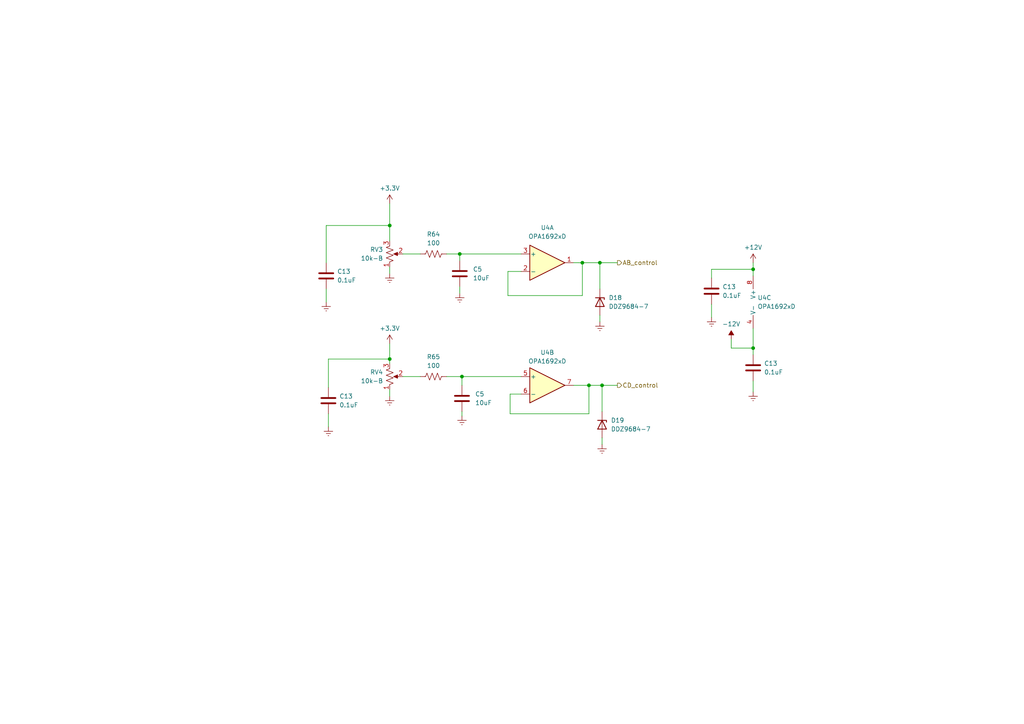
<source format=kicad_sch>
(kicad_sch (version 20230121) (generator eeschema)
  (paper "A4")
  (lib_symbols
    (symbol "Amplifier_Operational:OPA1692xD" (pin_names (offset 0.127))
      (property "Reference" "U" (at 2.54 6.35 0))
      (property "Value" "OPA1692xD" (at 2.54 3.81 0))
      (symbol "OPA1692xD_1_1"
        (polyline (pts (xy 5.08 0) (xy -5.08 5.08) (xy -5.08 -5.08) (xy 5.08 0)) (stroke (width 0.254)) (fill (type background)))
        (pin output line (at 7.62 0 180) (length 2.54) (name "~") (number "1"))
        (pin input line (at -7.62 -2.54 0) (length 2.54) (name "-") (number "2"))
        (pin input line (at -7.62 2.54 0) (length 2.54) (name "+") (number "3"))
      )
      (symbol "OPA1692xD_2_1"
        (polyline (pts (xy 5.08 0) (xy -5.08 5.08) (xy -5.08 -5.08) (xy 5.08 0)) (stroke (width 0.254)) (fill (type background)))
        (pin input line (at -7.62 2.54 0) (length 2.54) (name "+") (number "5"))
        (pin input line (at -7.62 -2.54 0) (length 2.54) (name "-") (number "6"))
        (pin output line (at 7.62 0 180) (length 2.54) (name "~") (number "7"))
      )
      (symbol "OPA1692xD_3_1"
        (pin power_in line (at 0 -7.62 90) (length 3.81) (name "V-") (number "4"))
        (pin power_in line (at 0 7.62 270) (length 3.81) (name "V+") (number "8"))
      )
    )
    (symbol "Device:C" (pin_numbers hide) (pin_names (offset 0.254))
      (property "Reference" "C" (at 0.635 2.54 0))
      (property "Value" "C" (at 0.635 -2.54 0))
      (symbol "C_0_1"
        (polyline (pts (xy -2.032 -0.762) (xy 2.032 -0.762)) (stroke (width 0.508)))
        (polyline (pts (xy -2.032 0.762) (xy 2.032 0.762)) (stroke (width 0.508)))
      )
      (symbol "C_1_1"
        (pin passive line (at 0 3.81 270) (length 2.794) (name "~") (number "1"))
        (pin passive line (at 0 -3.81 90) (length 2.794) (name "~") (number "2"))
      )
    )
    (symbol "Device:D_Zener" (pin_numbers hide) (pin_names (offset 1.016) hide)
      (property "Reference" "D" (at 0 2.54 0))
      (property "Value" "D_Zener" (at 0 -2.54 0))
      (symbol "D_Zener_0_1"
        (polyline (pts (xy 1.27 0) (xy -1.27 0)))
        (polyline (pts (xy -1.27 -1.27) (xy -1.27 1.27) (xy -0.762 1.27)) (stroke (width 0.254)))
        (polyline (pts (xy 1.27 -1.27) (xy 1.27 1.27) (xy -1.27 0) (xy 1.27 -1.27)) (stroke (width 0.254)))
      )
      (symbol "D_Zener_1_1"
        (pin passive line (at -3.81 0 0) (length 2.54) (name "K") (number "1"))
        (pin passive line (at 3.81 0 180) (length 2.54) (name "A") (number "2"))
      )
    )
    (symbol "Device:R_Potentiometer_US" (pin_names (offset 1.016) hide)
      (property "Reference" "RV" (at -4.445 0 90))
      (property "Value" "R_Potentiometer_US" (at -2.54 0 90))
      (symbol "R_Potentiometer_US_0_1"
        (polyline (pts (xy 0 -2.286) (xy 0 -2.54)))
        (polyline (pts (xy 0 2.54) (xy 0 2.286)))
        (polyline (pts (xy 2.54 0) (xy 1.524 0)))
        (polyline (pts (xy 1.143 0) (xy 2.286 0.508) (xy 2.286 -0.508) (xy 1.143 0)) (fill (type outline)))
        (polyline (pts (xy 0 -0.762) (xy 1.016 -1.143) (xy 0 -1.524) (xy -1.016 -1.905) (xy 0 -2.286)))
        (polyline (pts (xy 0 0.762) (xy 1.016 0.381) (xy 0 0) (xy -1.016 -0.381) (xy 0 -0.762)))
        (polyline (pts (xy 0 2.286) (xy 1.016 1.905) (xy 0 1.524) (xy -1.016 1.143) (xy 0 0.762)))
      )
      (symbol "R_Potentiometer_US_1_1"
        (pin passive line (at 0 3.81 270) (length 1.27) (name "1") (number "1"))
        (pin passive line (at 3.81 0 180) (length 1.27) (name "2") (number "2"))
        (pin passive line (at 0 -3.81 90) (length 1.27) (name "3") (number "3"))
      )
    )
    (symbol "Device:R_US" (pin_numbers hide) (pin_names (offset 0))
      (property "Reference" "R" (at 2.54 0 90))
      (property "Value" "R_US" (at -2.54 0 90))
      (symbol "R_US_0_1"
        (polyline (pts (xy 0 -2.286) (xy 0 -2.54)))
        (polyline (pts (xy 0 2.286) (xy 0 2.54)))
        (polyline (pts (xy 0 -0.762) (xy 1.016 -1.143) (xy 0 -1.524) (xy -1.016 -1.905) (xy 0 -2.286)))
        (polyline (pts (xy 0 0.762) (xy 1.016 0.381) (xy 0 0) (xy -1.016 -0.381) (xy 0 -0.762)))
        (polyline (pts (xy 0 2.286) (xy 1.016 1.905) (xy 0 1.524) (xy -1.016 1.143) (xy 0 0.762)))
      )
      (symbol "R_US_1_1"
        (pin passive line (at 0 3.81 270) (length 1.27) (name "~") (number "1"))
        (pin passive line (at 0 -3.81 90) (length 1.27) (name "~") (number "2"))
      )
    )
    (symbol "power:+12V" (power) (pin_names (offset 0))
      (property "Value" "+12V" (at 0 3.556 0))
      (symbol "+12V_0_1"
        (polyline (pts (xy -0.762 1.27) (xy 0 2.54)))
        (polyline (pts (xy 0 0) (xy 0 2.54)))
        (polyline (pts (xy 0 2.54) (xy 0.762 1.27)))
      )
      (symbol "+12V_1_1"
        (pin power_in line (at 0 0 90) (length 0) hide (name "+12V") (number "1"))
      )
    )
    (symbol "power:+3.3V" (power) (pin_names (offset 0))
      (property "Value" "+3.3V" (at 0 3.556 0))
      (symbol "+3.3V_0_1"
        (polyline (pts (xy -0.762 1.27) (xy 0 2.54)))
        (polyline (pts (xy 0 0) (xy 0 2.54)))
        (polyline (pts (xy 0 2.54) (xy 0.762 1.27)))
      )
      (symbol "+3.3V_1_1"
        (pin power_in line (at 0 0 90) (length 0) hide (name "+3.3V") (number "1"))
      )
    )
    (symbol "power:-12V" (power) (pin_names (offset 0))
      (property "Value" "-12V" (at 0 3.81 0))
      (symbol "-12V_0_0"
        (pin power_in line (at 0 0 90) (length 0) hide (name "-12V") (number "1"))
      )
      (symbol "-12V_0_1"
        (polyline (pts (xy 0 0) (xy 0 1.27) (xy 0.762 1.27) (xy 0 2.54) (xy -0.762 1.27) (xy 0 1.27)) (fill (type outline)))
      )
    )
    (symbol "power:Earth" (power) (pin_names (offset 0))
      (symbol "Earth_0_1"
        (polyline (pts (xy -0.635 -1.905) (xy 0.635 -1.905)))
        (polyline (pts (xy -0.127 -2.54) (xy 0.127 -2.54)))
        (polyline (pts (xy 0 -1.27) (xy 0 0)))
        (polyline (pts (xy 1.27 -1.27) (xy -1.27 -1.27)))
      )
      (symbol "Earth_1_1"
        (pin power_in line (at 0 0 270) (length 0) hide (name "Earth") (number "1"))
      )
    )
  )
  (junction (at 168.91 76.2))
  (junction (at 133.985 109.22))
  (junction (at 113.03 65.405))
  (junction (at 173.99 76.2))
  (junction (at 218.44 78.105))
  (junction (at 113.03 104.14))
  (junction (at 170.815 111.76))
  (junction (at 218.44 100.965))
  (junction (at 133.35 73.66))
  (junction (at 174.625 111.76))
  (wire (pts (xy 174.625 111.76) (xy 179.07 111.76)))
  (wire (pts (xy 173.99 76.2) (xy 173.99 83.82)))
  (wire (pts (xy 113.03 59.055) (xy 113.03 65.405)))
  (wire (pts (xy 133.985 119.38) (xy 133.985 120.65)))
  (wire (pts (xy 133.985 111.76) (xy 133.985 109.22)))
  (wire (pts (xy 218.44 100.965) (xy 218.44 102.87)))
  (wire (pts (xy 168.91 85.725) (xy 168.91 76.2)))
  (wire (pts (xy 174.625 111.76) (xy 174.625 119.38)))
  (wire (pts (xy 206.375 80.645) (xy 206.375 78.105)))
  (wire (pts (xy 166.37 111.76) (xy 170.815 111.76)))
  (wire (pts (xy 94.615 83.82) (xy 94.615 87.63)))
  (wire (pts (xy 174.625 127) (xy 174.625 128.905)))
  (wire (pts (xy 133.35 75.565) (xy 133.35 73.66)))
  (wire (pts (xy 170.815 120.015) (xy 147.955 120.015)))
  (wire (pts (xy 95.25 104.14) (xy 113.03 104.14)))
  (wire (pts (xy 95.25 104.14) (xy 95.25 112.395)))
  (wire (pts (xy 133.985 109.22) (xy 151.13 109.22)))
  (wire (pts (xy 113.03 65.405) (xy 113.03 69.85)))
  (wire (pts (xy 113.03 104.14) (xy 113.03 105.41)))
  (wire (pts (xy 116.84 73.66) (xy 121.92 73.66)))
  (wire (pts (xy 168.91 76.2) (xy 173.99 76.2)))
  (wire (pts (xy 173.99 76.2) (xy 179.07 76.2)))
  (wire (pts (xy 218.44 100.965) (xy 212.09 100.965)))
  (wire (pts (xy 133.35 73.66) (xy 151.13 73.66)))
  (wire (pts (xy 94.615 76.2) (xy 94.615 65.405)))
  (wire (pts (xy 133.35 83.185) (xy 133.35 85.09)))
  (wire (pts (xy 147.955 114.3) (xy 151.13 114.3)))
  (wire (pts (xy 206.375 78.105) (xy 218.44 78.105)))
  (wire (pts (xy 151.13 78.74) (xy 147.32 78.74)))
  (wire (pts (xy 218.44 110.49) (xy 218.44 113.665)))
  (wire (pts (xy 133.35 73.66) (xy 129.54 73.66)))
  (wire (pts (xy 218.44 76.2) (xy 218.44 78.105)))
  (wire (pts (xy 218.44 78.105) (xy 218.44 80.01)))
  (wire (pts (xy 113.03 99.695) (xy 113.03 104.14)))
  (wire (pts (xy 94.615 65.405) (xy 113.03 65.405)))
  (wire (pts (xy 113.03 113.03) (xy 113.03 114.935)))
  (wire (pts (xy 113.03 77.47) (xy 113.03 79.375)))
  (wire (pts (xy 218.44 95.25) (xy 218.44 100.965)))
  (wire (pts (xy 147.955 120.015) (xy 147.955 114.3)))
  (wire (pts (xy 173.99 91.44) (xy 173.99 93.345)))
  (wire (pts (xy 212.09 100.965) (xy 212.09 98.425)))
  (wire (pts (xy 147.32 78.74) (xy 147.32 85.725)))
  (wire (pts (xy 170.815 111.76) (xy 170.815 120.015)))
  (wire (pts (xy 206.375 88.265) (xy 206.375 92.075)))
  (wire (pts (xy 147.32 85.725) (xy 168.91 85.725)))
  (wire (pts (xy 116.84 109.22) (xy 121.92 109.22)))
  (wire (pts (xy 170.815 111.76) (xy 174.625 111.76)))
  (wire (pts (xy 168.91 76.2) (xy 166.37 76.2)))
  (wire (pts (xy 133.985 109.22) (xy 129.54 109.22)))
  (wire (pts (xy 95.25 120.015) (xy 95.25 123.825)))
  (hierarchical_label "CD_control" (shape output) (at 179.07 111.76 0))
  (hierarchical_label "AB_control" (shape output) (at 179.07 76.2 0))
  (symbol (lib_id "Amplifier_Operational:OPA1692xD") (at 218.44 87.63 0) (unit 3)
    (property "Reference" "U4" (at 219.71 86.36 0) (effects (justify left)))
    (property "Value" "OPA1692xD" (at 219.71 88.9 0) (effects (justify left)))
    (property "Footprint" "Package_SO:SOIC-8_3.9x4.9mm_P1.27mm" (effects hide))
    (property "Datasheet" "https://www.ti.com/lit/ds/symlink/opa1692.pdf" (effects hide))
    (instances (project "Quad Joystick Mixer" (path "" (reference "U4") (unit 3)) (path "" (reference "U6") (unit 3)) (path "" (reference "U18") (unit 3)) (path "" (reference "U19") (unit 3))))
  )
  (symbol (lib_id "Device:R_Potentiometer_US") (at 113.03 73.66 0) (mirror x) (unit 1)
    (property "Reference" "RV3" (at 111.125 72.39 0) (effects (justify right)))
    (property "Value" "10k-B" (at 111.125 74.93 0) (effects (justify right)))
    (property "Footprint" "Eyewool Pots:StomboxParts_9MM" (effects hide))
  )
  (symbol (lib_id "Device:D_Zener") (at 173.99 87.63 270) (unit 1)
    (property "Reference" "D18" (at 176.53 86.36 90) (effects (justify left)))
    (property "Value" "DDZ9684-7" (at 176.53 88.9 90) (effects (justify left)))
  )
  (symbol (lib_id "Device:C") (at 133.35 79.375 0) (unit 1)
    (property "Reference" "C5" (at 137.16 78.105 0) (effects (justify left)))
    (property "Value" "10uF" (at 137.16 80.645 0) (effects (justify left)))
    (property "Footprint" "Capacitor_SMD:C_0805_2012Metric_Pad1.18x1.45mm_HandSolder" (effects hide))
    (property "DK PN" "490-GRM21BR61H106KE43KCT-ND" (effects hide))
    (property "MPN" "GRM21BR61H106KE43K" (effects hide))
    (instances (project "Quad Joystick Mixer" (path "" (reference "C5") (unit 1)) (path "" (reference "C1") (unit 1)) (path "" (reference "C75") (unit 1))))
  )
  (symbol (lib_id "power:Earth") (at 174.625 128.905 0) (unit 1)
    (property "Reference" "#PWR0151" (effects hide))
    (property "Value" "Earth" (effects hide))
  )
  (symbol (lib_id "power:Earth") (at 206.375 92.075 0) (unit 1)
    (property "Reference" "#PWR0140" (effects hide))
    (property "Value" "Earth" (effects hide))
  )
  (symbol (lib_id "Amplifier_Operational:OPA1692xD") (at 158.75 111.76 0) (unit 2)
    (property "Reference" "U4" (at 158.75 102.235 0))
    (property "Value" "OPA1692xD" (at 158.75 104.775 0))
    (property "Footprint" "Package_SO:SOIC-8_3.9x4.9mm_P1.27mm" (effects hide))
    (property "Datasheet" "https://www.ti.com/lit/ds/symlink/opa1692.pdf" (effects hide))
    (instances (project "Quad Joystick Mixer" (path "" (reference "U4") (unit 2)) (path "" (reference "U6") (unit 2)) (path "" (reference "U14") (unit 2)) (path "" (reference "U19") (unit 2))))
  )
  (symbol (lib_id "Device:R_Potentiometer_US") (at 113.03 109.22 0) (mirror x) (unit 1)
    (property "Reference" "RV4" (at 111.125 107.95 0) (effects (justify right)))
    (property "Value" "10k-B" (at 111.125 110.49 0) (effects (justify right)))
    (property "Footprint" "Eyewool Pots:StomboxParts_9MM" (effects hide))
  )
  (symbol (lib_id "Device:C") (at 95.25 116.205 0) (unit 1)
    (property "Reference" "C13" (at 98.425 114.935 0) (effects (justify left)))
    (property "Value" "0.1uF" (at 98.425 117.475 0) (effects (justify left)))
    (property "Footprint" "Capacitor_SMD:C_0805_2012Metric_Pad1.18x1.45mm_HandSolder" (effects hide))
    (property "DK PN" "1276-1003-1-ND" (effects hide))
    (property "MPN" "CL21B104KBCNNNC" (effects hide))
    (instances (project "Quad Joystick Mixer" (path "" (reference "C13") (unit 1)) (path "" (reference "C11") (unit 1)) (path "" (reference "C31") (unit 1)) (path "" (reference "C8") (unit 1)) (path "" (reference "C67") (unit 1)) (path "" (reference "C74") (unit 1))))
  )
  (symbol (lib_id "power:+3.3V") (at 113.03 59.055 0) (unit 1)
    (property "Reference" "#PWR0138" (effects hide))
    (property "Value" "+3.3V" (at 113.03 54.61 0))
  )
  (symbol (lib_id "Device:C") (at 133.985 115.57 0) (unit 1)
    (property "Reference" "C5" (at 137.795 114.3 0) (effects (justify left)))
    (property "Value" "10uF" (at 137.795 116.84 0) (effects (justify left)))
    (property "Footprint" "Capacitor_SMD:C_0805_2012Metric_Pad1.18x1.45mm_HandSolder" (effects hide))
    (property "DK PN" "490-GRM21BR61H106KE43KCT-ND" (effects hide))
    (property "MPN" "GRM21BR61H106KE43K" (effects hide))
    (instances (project "Quad Joystick Mixer" (path "" (reference "C5") (unit 1)) (path "" (reference "C1") (unit 1)) (path "" (reference "C76") (unit 1))))
  )
  (symbol (lib_id "power:Earth") (at 94.615 87.63 0) (unit 1)
    (property "Reference" "#PWR0143" (effects hide))
    (property "Value" "Earth" (effects hide))
  )
  (symbol (lib_id "power:-12V") (at 212.09 98.425 0) (unit 1)
    (property "Reference" "#PWR038" (effects hide))
    (property "Value" "-12V" (at 212.09 93.98 0))
    (instances (project "Quad Joystick Mixer" (path "" (reference "#PWR038") (unit 1)) (path "" (reference "#PWR08") (unit 1)) (path "" (reference "#PWR045") (unit 1)) (path "" (reference "#PWR049") (unit 1)) (path "" (reference "#PWR0134") (unit 1)) (path "" (reference "#PWR0141") (unit 1))))
  )
  (symbol (lib_id "power:Earth") (at 95.25 123.825 0) (unit 1)
    (property "Reference" "#PWR0146" (effects hide))
    (property "Value" "Earth" (effects hide))
  )
  (symbol (lib_id "power:+12V") (at 218.44 76.2 0) (unit 1)
    (property "Reference" "#PWR040" (effects hide))
    (property "Value" "+12V" (at 218.44 71.755 0))
    (instances (project "Quad Joystick Mixer" (path "" (reference "#PWR040") (unit 1)) (path "" (reference "#PWR015") (unit 1)) (path "" (reference "#PWR044") (unit 1)) (path "" (reference "#PWR029") (unit 1)) (path "" (reference "#PWR0127") (unit 1)) (path "" (reference "#PWR0139") (unit 1))))
  )
  (symbol (lib_id "Device:C") (at 94.615 80.01 0) (unit 1)
    (property "Reference" "C13" (at 97.79 78.74 0) (effects (justify left)))
    (property "Value" "0.1uF" (at 97.79 81.28 0) (effects (justify left)))
    (property "Footprint" "Capacitor_SMD:C_0805_2012Metric_Pad1.18x1.45mm_HandSolder" (effects hide))
    (property "DK PN" "1276-1003-1-ND" (effects hide))
    (property "MPN" "CL21B104KBCNNNC" (effects hide))
    (instances (project "Quad Joystick Mixer" (path "" (reference "C13") (unit 1)) (path "" (reference "C11") (unit 1)) (path "" (reference "C31") (unit 1)) (path "" (reference "C8") (unit 1)) (path "" (reference "C67") (unit 1)) (path "" (reference "C73") (unit 1))))
  )
  (symbol (lib_id "power:Earth") (at 218.44 113.665 0) (unit 1)
    (property "Reference" "#PWR0142" (effects hide))
    (property "Value" "Earth" (effects hide))
  )
  (symbol (lib_id "Device:C") (at 206.375 84.455 0) (unit 1)
    (property "Reference" "C13" (at 209.55 83.185 0) (effects (justify left)))
    (property "Value" "0.1uF" (at 209.55 85.725 0) (effects (justify left)))
    (property "Footprint" "Capacitor_SMD:C_0805_2012Metric_Pad1.18x1.45mm_HandSolder" (effects hide))
    (property "DK PN" "1276-1003-1-ND" (effects hide))
    (property "MPN" "CL21B104KBCNNNC" (effects hide))
    (instances (project "Quad Joystick Mixer" (path "" (reference "C13") (unit 1)) (path "" (reference "C11") (unit 1)) (path "" (reference "C31") (unit 1)) (path "" (reference "C8") (unit 1)) (path "" (reference "C67") (unit 1)) (path "" (reference "C71") (unit 1))))
  )
  (symbol (lib_id "Device:C") (at 218.44 106.68 0) (unit 1)
    (property "Reference" "C13" (at 221.615 105.41 0) (effects (justify left)))
    (property "Value" "0.1uF" (at 221.615 107.95 0) (effects (justify left)))
    (property "Footprint" "Capacitor_SMD:C_0805_2012Metric_Pad1.18x1.45mm_HandSolder" (effects hide))
    (property "DK PN" "1276-1003-1-ND" (effects hide))
    (property "MPN" "CL21B104KBCNNNC" (effects hide))
    (instances (project "Quad Joystick Mixer" (path "" (reference "C13") (unit 1)) (path "" (reference "C11") (unit 1)) (path "" (reference "C30") (unit 1)) (path "" (reference "C9") (unit 1)) (path "" (reference "C69") (unit 1)) (path "" (reference "C72") (unit 1))))
  )
  (symbol (lib_id "power:Earth") (at 113.03 114.935 0) (unit 1)
    (property "Reference" "#PWR0147" (effects hide))
    (property "Value" "Earth" (effects hide))
  )
  (symbol (lib_id "Device:D_Zener") (at 174.625 123.19 270) (unit 1)
    (property "Reference" "D19" (at 177.165 121.92 90) (effects (justify left)))
    (property "Value" "DDZ9684-7" (at 177.165 124.46 90) (effects (justify left)))
  )
  (symbol (lib_id "power:Earth") (at 113.03 79.375 0) (unit 1)
    (property "Reference" "#PWR0144" (effects hide))
    (property "Value" "Earth" (effects hide))
  )
  (symbol (lib_id "power:Earth") (at 133.35 85.09 0) (unit 1)
    (property "Reference" "#PWR0148" (effects hide))
    (property "Value" "Earth" (effects hide))
  )
  (symbol (lib_id "power:Earth") (at 133.985 120.65 0) (unit 1)
    (property "Reference" "#PWR0149" (effects hide))
    (property "Value" "Earth" (effects hide))
  )
  (symbol (lib_id "power:Earth") (at 173.99 93.345 0) (unit 1)
    (property "Reference" "#PWR0150" (effects hide))
    (property "Value" "Earth" (effects hide))
  )
  (symbol (lib_id "Device:R_US") (at 125.73 109.22 90) (unit 1)
    (property "Reference" "R65" (at 125.73 103.505 90))
    (property "Value" "100" (at 125.73 106.045 90))
  )
  (symbol (lib_id "Device:R_US") (at 125.73 73.66 90) (unit 1)
    (property "Reference" "R64" (at 125.73 67.945 90))
    (property "Value" "100" (at 125.73 70.485 90))
  )
  (symbol (lib_id "power:+3.3V") (at 113.03 99.695 0) (unit 1)
    (property "Reference" "#PWR0145" (effects hide))
    (property "Value" "+3.3V" (at 113.03 95.25 0))
  )
  (symbol (lib_id "Amplifier_Operational:OPA1692xD") (at 158.75 76.2 0) (unit 1)
    (property "Reference" "U4" (at 158.75 66.04 0))
    (property "Value" "OPA1692xD" (at 158.75 68.58 0))
    (property "Footprint" "Package_SO:SOIC-8_3.9x4.9mm_P1.27mm" (effects hide))
    (property "Datasheet" "https://www.ti.com/lit/ds/symlink/opa1692.pdf" (effects hide))
    (instances (project "Quad Joystick Mixer" (path "" (reference "U4") (unit 1)) (path "" (reference "U6") (unit 1)) (path "" (reference "U14") (unit 1)) (path "" (reference "U19") (unit 1))))
  )
)
</source>
